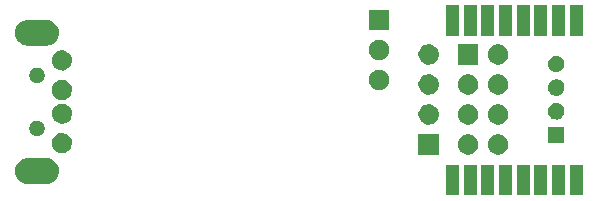
<source format=gbs>
G04 (created by PCBNEW (2013-07-07 BZR 4022)-stable) date 25/03/2015 14:08:15*
%MOIN*%
G04 Gerber Fmt 3.4, Leading zero omitted, Abs format*
%FSLAX34Y34*%
G01*
G70*
G90*
G04 APERTURE LIST*
%ADD10C,0.00590551*%
G04 APERTURE END LIST*
G54D10*
G36*
X51771Y-37279D02*
X51771Y-37334D01*
X51759Y-37385D01*
X51740Y-37428D01*
X51709Y-37472D01*
X51675Y-37505D01*
X51630Y-37533D01*
X51586Y-37550D01*
X51533Y-37559D01*
X51486Y-37558D01*
X51434Y-37547D01*
X51391Y-37528D01*
X51347Y-37498D01*
X51315Y-37464D01*
X51286Y-37419D01*
X51268Y-37375D01*
X51259Y-37323D01*
X51259Y-37276D01*
X51270Y-37223D01*
X51289Y-37180D01*
X51319Y-37136D01*
X51353Y-37103D01*
X51398Y-37074D01*
X51441Y-37056D01*
X51494Y-37046D01*
X51540Y-37047D01*
X51593Y-37057D01*
X51636Y-37075D01*
X51681Y-37106D01*
X51713Y-37139D01*
X51743Y-37184D01*
X51761Y-37226D01*
X51771Y-37278D01*
X51771Y-37279D01*
X51771Y-37279D01*
G37*
G36*
X51771Y-39051D02*
X51771Y-39105D01*
X51759Y-39157D01*
X51740Y-39200D01*
X51709Y-39244D01*
X51675Y-39276D01*
X51630Y-39305D01*
X51586Y-39322D01*
X51533Y-39331D01*
X51486Y-39330D01*
X51434Y-39319D01*
X51391Y-39300D01*
X51347Y-39269D01*
X51315Y-39235D01*
X51286Y-39190D01*
X51268Y-39147D01*
X51259Y-39094D01*
X51259Y-39047D01*
X51270Y-38995D01*
X51289Y-38952D01*
X51319Y-38908D01*
X51353Y-38875D01*
X51398Y-38845D01*
X51441Y-38828D01*
X51494Y-38818D01*
X51540Y-38818D01*
X51593Y-38829D01*
X51636Y-38847D01*
X51681Y-38877D01*
X51713Y-38910D01*
X51743Y-38955D01*
X51761Y-38998D01*
X51771Y-39049D01*
X51771Y-39051D01*
X51771Y-39051D01*
G37*
G36*
X52247Y-35888D02*
X52238Y-35973D01*
X52213Y-36053D01*
X52173Y-36128D01*
X52119Y-36193D01*
X52054Y-36246D01*
X51979Y-36286D01*
X51898Y-36310D01*
X51810Y-36319D01*
X51220Y-36319D01*
X51214Y-36319D01*
X51211Y-36318D01*
X51210Y-36318D01*
X51126Y-36309D01*
X51126Y-36309D01*
X51126Y-36309D01*
X51046Y-36283D01*
X50971Y-36243D01*
X50907Y-36188D01*
X50854Y-36122D01*
X50815Y-36048D01*
X50791Y-35966D01*
X50783Y-35882D01*
X50792Y-35798D01*
X50817Y-35718D01*
X50857Y-35643D01*
X50911Y-35578D01*
X50977Y-35525D01*
X51051Y-35485D01*
X51132Y-35461D01*
X51220Y-35452D01*
X51810Y-35452D01*
X51817Y-35452D01*
X51820Y-35452D01*
X51820Y-35452D01*
X51904Y-35462D01*
X51904Y-35462D01*
X51904Y-35462D01*
X51985Y-35487D01*
X52059Y-35528D01*
X52123Y-35582D01*
X52177Y-35648D01*
X52216Y-35723D01*
X52240Y-35804D01*
X52247Y-35888D01*
X52247Y-35888D01*
G37*
G36*
X52247Y-40495D02*
X52238Y-40579D01*
X52213Y-40659D01*
X52173Y-40734D01*
X52119Y-40799D01*
X52054Y-40852D01*
X51979Y-40892D01*
X51898Y-40916D01*
X51810Y-40925D01*
X51220Y-40925D01*
X51214Y-40925D01*
X51211Y-40925D01*
X51210Y-40925D01*
X51126Y-40915D01*
X51126Y-40915D01*
X51126Y-40915D01*
X51046Y-40890D01*
X50971Y-40849D01*
X50907Y-40795D01*
X50854Y-40729D01*
X50815Y-40654D01*
X50791Y-40573D01*
X50783Y-40489D01*
X50792Y-40404D01*
X50817Y-40324D01*
X50857Y-40249D01*
X50911Y-40184D01*
X50977Y-40131D01*
X51051Y-40091D01*
X51132Y-40067D01*
X51220Y-40058D01*
X51810Y-40058D01*
X51817Y-40058D01*
X51820Y-40059D01*
X51820Y-40059D01*
X51904Y-40068D01*
X51904Y-40068D01*
X51904Y-40068D01*
X51985Y-40093D01*
X52059Y-40134D01*
X52123Y-40188D01*
X52177Y-40255D01*
X52216Y-40329D01*
X52240Y-40411D01*
X52247Y-40495D01*
X52247Y-40495D01*
G37*
G36*
X52677Y-36779D02*
X52676Y-36851D01*
X52661Y-36918D01*
X52635Y-36975D01*
X52596Y-37031D01*
X52550Y-37075D01*
X52492Y-37111D01*
X52434Y-37134D01*
X52366Y-37146D01*
X52304Y-37145D01*
X52237Y-37130D01*
X52179Y-37105D01*
X52123Y-37066D01*
X52079Y-37021D01*
X52042Y-36963D01*
X52019Y-36905D01*
X52007Y-36837D01*
X52008Y-36775D01*
X52022Y-36707D01*
X52046Y-36650D01*
X52085Y-36593D01*
X52130Y-36549D01*
X52188Y-36512D01*
X52245Y-36488D01*
X52313Y-36475D01*
X52375Y-36476D01*
X52443Y-36490D01*
X52500Y-36514D01*
X52558Y-36552D01*
X52602Y-36596D01*
X52640Y-36654D01*
X52664Y-36711D01*
X52677Y-36778D01*
X52677Y-36779D01*
X52677Y-36779D01*
G37*
G36*
X52677Y-37763D02*
X52676Y-37836D01*
X52661Y-37902D01*
X52635Y-37960D01*
X52596Y-38016D01*
X52550Y-38059D01*
X52492Y-38096D01*
X52434Y-38118D01*
X52366Y-38130D01*
X52304Y-38129D01*
X52237Y-38114D01*
X52179Y-38089D01*
X52123Y-38050D01*
X52079Y-38005D01*
X52042Y-37947D01*
X52019Y-37889D01*
X52007Y-37821D01*
X52008Y-37759D01*
X52022Y-37691D01*
X52046Y-37634D01*
X52085Y-37577D01*
X52130Y-37534D01*
X52188Y-37496D01*
X52245Y-37473D01*
X52313Y-37460D01*
X52375Y-37460D01*
X52443Y-37474D01*
X52500Y-37498D01*
X52558Y-37537D01*
X52602Y-37581D01*
X52640Y-37639D01*
X52664Y-37696D01*
X52677Y-37762D01*
X52677Y-37763D01*
X52677Y-37763D01*
G37*
G36*
X52677Y-38551D02*
X52676Y-38623D01*
X52661Y-38690D01*
X52635Y-38747D01*
X52596Y-38803D01*
X52550Y-38846D01*
X52492Y-38883D01*
X52434Y-38906D01*
X52366Y-38918D01*
X52304Y-38916D01*
X52237Y-38902D01*
X52179Y-38877D01*
X52123Y-38837D01*
X52079Y-38792D01*
X52042Y-38735D01*
X52019Y-38676D01*
X52007Y-38609D01*
X52008Y-38546D01*
X52022Y-38479D01*
X52046Y-38422D01*
X52085Y-38365D01*
X52130Y-38321D01*
X52188Y-38283D01*
X52245Y-38260D01*
X52313Y-38247D01*
X52375Y-38247D01*
X52443Y-38261D01*
X52500Y-38285D01*
X52558Y-38324D01*
X52602Y-38368D01*
X52640Y-38426D01*
X52664Y-38483D01*
X52677Y-38549D01*
X52677Y-38551D01*
X52677Y-38551D01*
G37*
G36*
X52677Y-39535D02*
X52676Y-39607D01*
X52661Y-39674D01*
X52635Y-39731D01*
X52596Y-39787D01*
X52550Y-39831D01*
X52492Y-39867D01*
X52434Y-39890D01*
X52366Y-39902D01*
X52304Y-39901D01*
X52237Y-39886D01*
X52179Y-39861D01*
X52123Y-39822D01*
X52079Y-39777D01*
X52042Y-39719D01*
X52019Y-39661D01*
X52007Y-39593D01*
X52008Y-39531D01*
X52022Y-39463D01*
X52046Y-39406D01*
X52085Y-39349D01*
X52130Y-39305D01*
X52188Y-39267D01*
X52245Y-39244D01*
X52313Y-39231D01*
X52375Y-39232D01*
X52443Y-39246D01*
X52500Y-39270D01*
X52558Y-39308D01*
X52602Y-39352D01*
X52640Y-39410D01*
X52664Y-39467D01*
X52677Y-39534D01*
X52677Y-39535D01*
X52677Y-39535D01*
G37*
G36*
X63253Y-36424D02*
X63252Y-36498D01*
X63236Y-36565D01*
X63210Y-36623D01*
X63170Y-36680D01*
X63124Y-36724D01*
X63065Y-36761D01*
X63006Y-36784D01*
X62938Y-36796D01*
X62874Y-36795D01*
X62806Y-36780D01*
X62748Y-36755D01*
X62691Y-36715D01*
X62647Y-36669D01*
X62609Y-36611D01*
X62585Y-36552D01*
X62573Y-36483D01*
X62574Y-36420D01*
X62588Y-36351D01*
X62613Y-36293D01*
X62653Y-36236D01*
X62698Y-36191D01*
X62756Y-36153D01*
X62815Y-36129D01*
X62884Y-36116D01*
X62947Y-36117D01*
X63016Y-36131D01*
X63074Y-36155D01*
X63132Y-36194D01*
X63176Y-36239D01*
X63215Y-36298D01*
X63239Y-36356D01*
X63252Y-36423D01*
X63253Y-36424D01*
X63253Y-36424D01*
G37*
G36*
X63253Y-37424D02*
X63252Y-37498D01*
X63236Y-37565D01*
X63210Y-37623D01*
X63170Y-37680D01*
X63124Y-37724D01*
X63065Y-37761D01*
X63006Y-37784D01*
X62938Y-37796D01*
X62874Y-37795D01*
X62806Y-37780D01*
X62748Y-37755D01*
X62691Y-37715D01*
X62647Y-37669D01*
X62609Y-37611D01*
X62585Y-37552D01*
X62573Y-37483D01*
X62574Y-37420D01*
X62588Y-37351D01*
X62613Y-37293D01*
X62653Y-37236D01*
X62698Y-37191D01*
X62756Y-37153D01*
X62815Y-37129D01*
X62884Y-37116D01*
X62947Y-37117D01*
X63016Y-37131D01*
X63074Y-37155D01*
X63132Y-37194D01*
X63176Y-37239D01*
X63215Y-37298D01*
X63239Y-37356D01*
X63252Y-37423D01*
X63253Y-37424D01*
X63253Y-37424D01*
G37*
G36*
X63253Y-35796D02*
X62573Y-35796D01*
X62573Y-35116D01*
X63253Y-35116D01*
X63253Y-35796D01*
X63253Y-35796D01*
G37*
G36*
X64906Y-36578D02*
X64905Y-36651D01*
X64890Y-36719D01*
X64864Y-36777D01*
X64824Y-36834D01*
X64778Y-36878D01*
X64719Y-36915D01*
X64660Y-36938D01*
X64591Y-36950D01*
X64528Y-36949D01*
X64460Y-36934D01*
X64401Y-36908D01*
X64344Y-36869D01*
X64300Y-36823D01*
X64262Y-36764D01*
X64239Y-36705D01*
X64226Y-36637D01*
X64227Y-36573D01*
X64242Y-36505D01*
X64267Y-36447D01*
X64306Y-36389D01*
X64351Y-36345D01*
X64410Y-36307D01*
X64468Y-36283D01*
X64537Y-36270D01*
X64600Y-36270D01*
X64669Y-36284D01*
X64727Y-36309D01*
X64785Y-36348D01*
X64830Y-36393D01*
X64869Y-36451D01*
X64893Y-36509D01*
X64906Y-36576D01*
X64906Y-36578D01*
X64906Y-36578D01*
G37*
G36*
X64906Y-37578D02*
X64905Y-37651D01*
X64890Y-37719D01*
X64864Y-37777D01*
X64824Y-37834D01*
X64778Y-37878D01*
X64719Y-37915D01*
X64660Y-37938D01*
X64591Y-37950D01*
X64528Y-37949D01*
X64460Y-37934D01*
X64401Y-37908D01*
X64344Y-37869D01*
X64300Y-37823D01*
X64262Y-37764D01*
X64239Y-37705D01*
X64226Y-37637D01*
X64227Y-37573D01*
X64242Y-37505D01*
X64267Y-37447D01*
X64306Y-37389D01*
X64351Y-37345D01*
X64410Y-37307D01*
X64468Y-37283D01*
X64537Y-37270D01*
X64600Y-37270D01*
X64669Y-37284D01*
X64727Y-37309D01*
X64785Y-37348D01*
X64830Y-37393D01*
X64869Y-37451D01*
X64893Y-37509D01*
X64906Y-37576D01*
X64906Y-37578D01*
X64906Y-37578D01*
G37*
G36*
X64906Y-38578D02*
X64905Y-38651D01*
X64890Y-38719D01*
X64864Y-38777D01*
X64824Y-38834D01*
X64778Y-38878D01*
X64719Y-38915D01*
X64660Y-38938D01*
X64591Y-38950D01*
X64528Y-38949D01*
X64460Y-38934D01*
X64401Y-38908D01*
X64344Y-38869D01*
X64300Y-38823D01*
X64262Y-38764D01*
X64239Y-38705D01*
X64226Y-38637D01*
X64227Y-38573D01*
X64242Y-38505D01*
X64267Y-38447D01*
X64306Y-38389D01*
X64351Y-38345D01*
X64410Y-38307D01*
X64468Y-38283D01*
X64537Y-38270D01*
X64600Y-38270D01*
X64669Y-38284D01*
X64727Y-38309D01*
X64785Y-38348D01*
X64830Y-38393D01*
X64869Y-38451D01*
X64893Y-38509D01*
X64906Y-38576D01*
X64906Y-38578D01*
X64906Y-38578D01*
G37*
G36*
X64906Y-39949D02*
X64227Y-39949D01*
X64227Y-39270D01*
X64906Y-39270D01*
X64906Y-39949D01*
X64906Y-39949D01*
G37*
G36*
X65573Y-35991D02*
X65139Y-35991D01*
X65139Y-34966D01*
X65573Y-34966D01*
X65573Y-35991D01*
X65573Y-35991D01*
G37*
G36*
X65573Y-41306D02*
X65139Y-41306D01*
X65139Y-40281D01*
X65573Y-40281D01*
X65573Y-41306D01*
X65573Y-41306D01*
G37*
G36*
X66163Y-35991D02*
X65729Y-35991D01*
X65729Y-34966D01*
X66163Y-34966D01*
X66163Y-35991D01*
X66163Y-35991D01*
G37*
G36*
X66163Y-41306D02*
X65729Y-41306D01*
X65729Y-40281D01*
X66163Y-40281D01*
X66163Y-41306D01*
X66163Y-41306D01*
G37*
G36*
X66217Y-37578D02*
X66216Y-37651D01*
X66201Y-37719D01*
X66175Y-37777D01*
X66135Y-37834D01*
X66089Y-37878D01*
X66030Y-37915D01*
X65971Y-37938D01*
X65902Y-37950D01*
X65839Y-37949D01*
X65771Y-37934D01*
X65712Y-37908D01*
X65655Y-37869D01*
X65611Y-37823D01*
X65573Y-37764D01*
X65550Y-37705D01*
X65537Y-37637D01*
X65538Y-37573D01*
X65553Y-37505D01*
X65578Y-37447D01*
X65617Y-37389D01*
X65662Y-37345D01*
X65721Y-37307D01*
X65779Y-37283D01*
X65848Y-37270D01*
X65911Y-37270D01*
X65980Y-37284D01*
X66038Y-37309D01*
X66096Y-37348D01*
X66141Y-37393D01*
X66180Y-37451D01*
X66204Y-37509D01*
X66217Y-37576D01*
X66217Y-37578D01*
X66217Y-37578D01*
G37*
G36*
X66217Y-38578D02*
X66216Y-38651D01*
X66201Y-38719D01*
X66175Y-38777D01*
X66135Y-38834D01*
X66089Y-38878D01*
X66030Y-38915D01*
X65971Y-38938D01*
X65902Y-38950D01*
X65839Y-38949D01*
X65771Y-38934D01*
X65712Y-38908D01*
X65655Y-38869D01*
X65611Y-38823D01*
X65573Y-38764D01*
X65550Y-38705D01*
X65537Y-38637D01*
X65538Y-38573D01*
X65553Y-38505D01*
X65578Y-38447D01*
X65617Y-38389D01*
X65662Y-38345D01*
X65721Y-38307D01*
X65779Y-38283D01*
X65848Y-38270D01*
X65911Y-38270D01*
X65980Y-38284D01*
X66038Y-38309D01*
X66096Y-38348D01*
X66141Y-38393D01*
X66180Y-38451D01*
X66204Y-38509D01*
X66217Y-38576D01*
X66217Y-38578D01*
X66217Y-38578D01*
G37*
G36*
X66217Y-39578D02*
X66216Y-39651D01*
X66201Y-39719D01*
X66175Y-39777D01*
X66135Y-39834D01*
X66089Y-39878D01*
X66030Y-39915D01*
X65971Y-39938D01*
X65902Y-39950D01*
X65839Y-39949D01*
X65771Y-39934D01*
X65712Y-39908D01*
X65655Y-39869D01*
X65611Y-39823D01*
X65573Y-39764D01*
X65550Y-39705D01*
X65537Y-39637D01*
X65538Y-39573D01*
X65553Y-39505D01*
X65578Y-39447D01*
X65617Y-39389D01*
X65662Y-39345D01*
X65721Y-39307D01*
X65779Y-39283D01*
X65848Y-39270D01*
X65911Y-39270D01*
X65980Y-39284D01*
X66038Y-39309D01*
X66096Y-39348D01*
X66141Y-39393D01*
X66180Y-39451D01*
X66204Y-39509D01*
X66217Y-39576D01*
X66217Y-39578D01*
X66217Y-39578D01*
G37*
G36*
X66217Y-36949D02*
X65538Y-36949D01*
X65538Y-36270D01*
X66217Y-36270D01*
X66217Y-36949D01*
X66217Y-36949D01*
G37*
G36*
X66754Y-35991D02*
X66320Y-35991D01*
X66320Y-34966D01*
X66754Y-34966D01*
X66754Y-35991D01*
X66754Y-35991D01*
G37*
G36*
X66754Y-41306D02*
X66320Y-41306D01*
X66320Y-40281D01*
X66754Y-40281D01*
X66754Y-41306D01*
X66754Y-41306D01*
G37*
G36*
X67217Y-36578D02*
X67216Y-36651D01*
X67201Y-36719D01*
X67175Y-36777D01*
X67135Y-36834D01*
X67089Y-36878D01*
X67030Y-36915D01*
X66971Y-36938D01*
X66902Y-36950D01*
X66839Y-36949D01*
X66771Y-36934D01*
X66712Y-36908D01*
X66655Y-36869D01*
X66611Y-36823D01*
X66573Y-36764D01*
X66550Y-36705D01*
X66537Y-36637D01*
X66538Y-36573D01*
X66553Y-36505D01*
X66578Y-36447D01*
X66617Y-36389D01*
X66662Y-36345D01*
X66721Y-36307D01*
X66779Y-36283D01*
X66848Y-36270D01*
X66911Y-36270D01*
X66980Y-36284D01*
X67038Y-36309D01*
X67096Y-36348D01*
X67141Y-36393D01*
X67180Y-36451D01*
X67204Y-36509D01*
X67217Y-36576D01*
X67217Y-36578D01*
X67217Y-36578D01*
G37*
G36*
X67217Y-37578D02*
X67216Y-37651D01*
X67201Y-37719D01*
X67175Y-37777D01*
X67135Y-37834D01*
X67089Y-37878D01*
X67030Y-37915D01*
X66971Y-37938D01*
X66902Y-37950D01*
X66839Y-37949D01*
X66771Y-37934D01*
X66712Y-37908D01*
X66655Y-37869D01*
X66611Y-37823D01*
X66573Y-37764D01*
X66550Y-37705D01*
X66537Y-37637D01*
X66538Y-37573D01*
X66553Y-37505D01*
X66578Y-37447D01*
X66617Y-37389D01*
X66662Y-37345D01*
X66721Y-37307D01*
X66779Y-37283D01*
X66848Y-37270D01*
X66911Y-37270D01*
X66980Y-37284D01*
X67038Y-37309D01*
X67096Y-37348D01*
X67141Y-37393D01*
X67180Y-37451D01*
X67204Y-37509D01*
X67217Y-37576D01*
X67217Y-37578D01*
X67217Y-37578D01*
G37*
G36*
X67217Y-38578D02*
X67216Y-38651D01*
X67201Y-38719D01*
X67175Y-38777D01*
X67135Y-38834D01*
X67089Y-38878D01*
X67030Y-38915D01*
X66971Y-38938D01*
X66902Y-38950D01*
X66839Y-38949D01*
X66771Y-38934D01*
X66712Y-38908D01*
X66655Y-38869D01*
X66611Y-38823D01*
X66573Y-38764D01*
X66550Y-38705D01*
X66537Y-38637D01*
X66538Y-38573D01*
X66553Y-38505D01*
X66578Y-38447D01*
X66617Y-38389D01*
X66662Y-38345D01*
X66721Y-38307D01*
X66779Y-38283D01*
X66848Y-38270D01*
X66911Y-38270D01*
X66980Y-38284D01*
X67038Y-38309D01*
X67096Y-38348D01*
X67141Y-38393D01*
X67180Y-38451D01*
X67204Y-38509D01*
X67217Y-38576D01*
X67217Y-38578D01*
X67217Y-38578D01*
G37*
G36*
X67217Y-39578D02*
X67216Y-39651D01*
X67201Y-39719D01*
X67175Y-39777D01*
X67135Y-39834D01*
X67089Y-39878D01*
X67030Y-39915D01*
X66971Y-39938D01*
X66902Y-39950D01*
X66839Y-39949D01*
X66771Y-39934D01*
X66712Y-39908D01*
X66655Y-39869D01*
X66611Y-39823D01*
X66573Y-39764D01*
X66550Y-39705D01*
X66537Y-39637D01*
X66538Y-39573D01*
X66553Y-39505D01*
X66578Y-39447D01*
X66617Y-39389D01*
X66662Y-39345D01*
X66721Y-39307D01*
X66779Y-39283D01*
X66848Y-39270D01*
X66911Y-39270D01*
X66980Y-39284D01*
X67038Y-39309D01*
X67096Y-39348D01*
X67141Y-39393D01*
X67180Y-39451D01*
X67204Y-39509D01*
X67217Y-39576D01*
X67217Y-39578D01*
X67217Y-39578D01*
G37*
G36*
X67344Y-35991D02*
X66911Y-35991D01*
X66911Y-34966D01*
X67344Y-34966D01*
X67344Y-35991D01*
X67344Y-35991D01*
G37*
G36*
X67344Y-41306D02*
X66911Y-41306D01*
X66911Y-40281D01*
X67344Y-40281D01*
X67344Y-41306D01*
X67344Y-41306D01*
G37*
G36*
X67935Y-35991D02*
X67501Y-35991D01*
X67501Y-34966D01*
X67935Y-34966D01*
X67935Y-35991D01*
X67935Y-35991D01*
G37*
G36*
X67935Y-41306D02*
X67501Y-41306D01*
X67501Y-40281D01*
X67935Y-40281D01*
X67935Y-41306D01*
X67935Y-41306D01*
G37*
G36*
X68525Y-35991D02*
X68092Y-35991D01*
X68092Y-34966D01*
X68525Y-34966D01*
X68525Y-35991D01*
X68525Y-35991D01*
G37*
G36*
X68525Y-41306D02*
X68092Y-41306D01*
X68092Y-40281D01*
X68525Y-40281D01*
X68525Y-41306D01*
X68525Y-41306D01*
G37*
G36*
X69094Y-36903D02*
X69093Y-36962D01*
X69081Y-37017D01*
X69060Y-37064D01*
X69027Y-37111D01*
X68990Y-37146D01*
X68942Y-37177D01*
X68894Y-37195D01*
X68838Y-37205D01*
X68787Y-37204D01*
X68731Y-37192D01*
X68685Y-37171D01*
X68638Y-37139D01*
X68602Y-37102D01*
X68571Y-37054D01*
X68552Y-37007D01*
X68542Y-36950D01*
X68543Y-36899D01*
X68555Y-36843D01*
X68575Y-36797D01*
X68607Y-36749D01*
X68643Y-36714D01*
X68692Y-36682D01*
X68738Y-36663D01*
X68795Y-36653D01*
X68846Y-36653D01*
X68902Y-36664D01*
X68949Y-36684D01*
X68996Y-36716D01*
X69032Y-36752D01*
X69064Y-36800D01*
X69083Y-36847D01*
X69084Y-36849D01*
X69093Y-36898D01*
X69094Y-36902D01*
X69094Y-36903D01*
X69094Y-36903D01*
G37*
G36*
X69094Y-37690D02*
X69093Y-37749D01*
X69081Y-37805D01*
X69060Y-37852D01*
X69027Y-37898D01*
X68990Y-37933D01*
X68942Y-37964D01*
X68894Y-37983D01*
X68838Y-37992D01*
X68787Y-37991D01*
X68731Y-37979D01*
X68685Y-37959D01*
X68638Y-37926D01*
X68602Y-37889D01*
X68571Y-37841D01*
X68552Y-37794D01*
X68542Y-37738D01*
X68543Y-37687D01*
X68555Y-37631D01*
X68575Y-37584D01*
X68607Y-37537D01*
X68643Y-37501D01*
X68692Y-37470D01*
X68738Y-37451D01*
X68795Y-37440D01*
X68846Y-37440D01*
X68902Y-37452D01*
X68949Y-37471D01*
X68996Y-37504D01*
X69032Y-37539D01*
X69064Y-37588D01*
X69083Y-37634D01*
X69084Y-37636D01*
X69093Y-37685D01*
X69094Y-37689D01*
X69094Y-37690D01*
X69094Y-37690D01*
G37*
G36*
X69094Y-38478D02*
X69093Y-38537D01*
X69081Y-38592D01*
X69060Y-38639D01*
X69027Y-38686D01*
X68990Y-38721D01*
X68942Y-38751D01*
X68894Y-38770D01*
X68838Y-38780D01*
X68787Y-38779D01*
X68731Y-38766D01*
X68685Y-38746D01*
X68638Y-38713D01*
X68602Y-38677D01*
X68571Y-38629D01*
X68552Y-38581D01*
X68542Y-38525D01*
X68543Y-38474D01*
X68555Y-38418D01*
X68575Y-38371D01*
X68607Y-38324D01*
X68643Y-38289D01*
X68692Y-38257D01*
X68738Y-38238D01*
X68795Y-38227D01*
X68846Y-38228D01*
X68902Y-38239D01*
X68949Y-38259D01*
X68996Y-38291D01*
X69032Y-38327D01*
X69064Y-38375D01*
X69083Y-38422D01*
X69084Y-38423D01*
X69093Y-38473D01*
X69094Y-38476D01*
X69094Y-38478D01*
X69094Y-38478D01*
G37*
G36*
X69094Y-39567D02*
X68542Y-39567D01*
X68542Y-39015D01*
X69094Y-39015D01*
X69094Y-39567D01*
X69094Y-39567D01*
G37*
G36*
X69116Y-35991D02*
X68682Y-35991D01*
X68682Y-34966D01*
X69116Y-34966D01*
X69116Y-35991D01*
X69116Y-35991D01*
G37*
G36*
X69116Y-41306D02*
X68682Y-41306D01*
X68682Y-40281D01*
X69116Y-40281D01*
X69116Y-41306D01*
X69116Y-41306D01*
G37*
G36*
X69707Y-35991D02*
X69273Y-35991D01*
X69273Y-34966D01*
X69707Y-34966D01*
X69707Y-35991D01*
X69707Y-35991D01*
G37*
G36*
X69707Y-41306D02*
X69273Y-41306D01*
X69273Y-40281D01*
X69707Y-40281D01*
X69707Y-41306D01*
X69707Y-41306D01*
G37*
M02*

</source>
